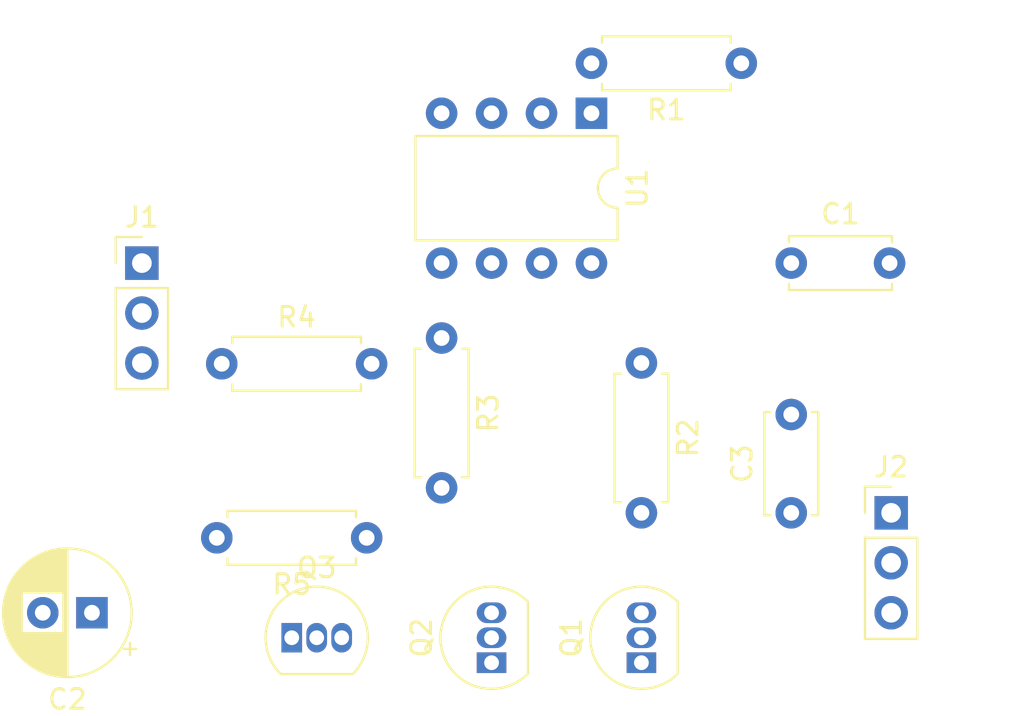
<source format=kicad_pcb>
(kicad_pcb (version 20171130) (host pcbnew "(5.1.6)-1")

  (general
    (thickness 1.6)
    (drawings 0)
    (tracks 0)
    (zones 0)
    (modules 14)
    (nets 15)
  )

  (page A4)
  (layers
    (0 F.Cu signal)
    (31 B.Cu signal)
    (32 B.Adhes user)
    (33 F.Adhes user)
    (34 B.Paste user)
    (35 F.Paste user)
    (36 B.SilkS user)
    (37 F.SilkS user)
    (38 B.Mask user)
    (39 F.Mask user)
    (40 Dwgs.User user)
    (41 Cmts.User user)
    (42 Eco1.User user)
    (43 Eco2.User user)
    (44 Edge.Cuts user)
    (45 Margin user)
    (46 B.CrtYd user)
    (47 F.CrtYd user)
    (48 B.Fab user)
    (49 F.Fab user)
  )

  (setup
    (last_trace_width 0.25)
    (trace_clearance 0.2)
    (zone_clearance 0.508)
    (zone_45_only no)
    (trace_min 0.2)
    (via_size 0.8)
    (via_drill 0.4)
    (via_min_size 0.4)
    (via_min_drill 0.3)
    (uvia_size 0.3)
    (uvia_drill 0.1)
    (uvias_allowed no)
    (uvia_min_size 0.2)
    (uvia_min_drill 0.1)
    (edge_width 0.05)
    (segment_width 0.2)
    (pcb_text_width 0.3)
    (pcb_text_size 1.5 1.5)
    (mod_edge_width 0.12)
    (mod_text_size 1 1)
    (mod_text_width 0.15)
    (pad_size 1.524 1.524)
    (pad_drill 0.762)
    (pad_to_mask_clearance 0.05)
    (aux_axis_origin 0 0)
    (visible_elements FFFFFF7F)
    (pcbplotparams
      (layerselection 0x010fc_ffffffff)
      (usegerberextensions false)
      (usegerberattributes true)
      (usegerberadvancedattributes true)
      (creategerberjobfile true)
      (excludeedgelayer true)
      (linewidth 0.100000)
      (plotframeref false)
      (viasonmask false)
      (mode 1)
      (useauxorigin false)
      (hpglpennumber 1)
      (hpglpenspeed 20)
      (hpglpendiameter 15.000000)
      (psnegative false)
      (psa4output false)
      (plotreference true)
      (plotvalue true)
      (plotinvisibletext false)
      (padsonsilk false)
      (subtractmaskfromsilk false)
      (outputformat 1)
      (mirror false)
      (drillshape 1)
      (scaleselection 1)
      (outputdirectory ""))
  )

  (net 0 "")
  (net 1 GND)
  (net 2 +5V)
  (net 3 +7.5V)
  (net 4 /PROG)
  (net 5 /CSN)
  (net 6 /CLK)
  (net 7 "Net-(Q1-Pad3)")
  (net 8 "Net-(Q2-Pad3)")
  (net 9 "Net-(R1-Pad2)")
  (net 10 /PROG_LV)
  (net 11 /PROG_HV)
  (net 12 "Net-(U1-Pad3)")
  (net 13 "Net-(Q3-Pad1)")
  (net 14 "Net-(Q3-Pad2)")

  (net_class Default "This is the default net class."
    (clearance 0.2)
    (trace_width 0.25)
    (via_dia 0.8)
    (via_drill 0.4)
    (uvia_dia 0.3)
    (uvia_drill 0.1)
    (add_net +5V)
    (add_net +7.5V)
    (add_net /CLK)
    (add_net /CSN)
    (add_net /PROG)
    (add_net /PROG_HV)
    (add_net /PROG_LV)
    (add_net GND)
    (add_net "Net-(Q1-Pad3)")
    (add_net "Net-(Q2-Pad3)")
    (add_net "Net-(Q3-Pad1)")
    (add_net "Net-(Q3-Pad2)")
    (add_net "Net-(R1-Pad2)")
    (add_net "Net-(U1-Pad3)")
  )

  (module Resistor_THT:R_Axial_DIN0207_L6.3mm_D2.5mm_P7.62mm_Horizontal (layer F.Cu) (tedit 5AE5139B) (tstamp 605CBA7C)
    (at 123.19 77.47 180)
    (descr "Resistor, Axial_DIN0207 series, Axial, Horizontal, pin pitch=7.62mm, 0.25W = 1/4W, length*diameter=6.3*2.5mm^2, http://cdn-reichelt.de/documents/datenblatt/B400/1_4W%23YAG.pdf")
    (tags "Resistor Axial_DIN0207 series Axial Horizontal pin pitch 7.62mm 0.25W = 1/4W length 6.3mm diameter 2.5mm")
    (path /606254A3)
    (fp_text reference R5 (at 3.81 -2.37) (layer F.SilkS)
      (effects (font (size 1 1) (thickness 0.15)))
    )
    (fp_text value 1K (at 3.81 2.37) (layer F.Fab)
      (effects (font (size 1 1) (thickness 0.15)))
    )
    (fp_text user %R (at 3.81 0) (layer F.Fab)
      (effects (font (size 1 1) (thickness 0.15)))
    )
    (fp_line (start 0.66 -1.25) (end 0.66 1.25) (layer F.Fab) (width 0.1))
    (fp_line (start 0.66 1.25) (end 6.96 1.25) (layer F.Fab) (width 0.1))
    (fp_line (start 6.96 1.25) (end 6.96 -1.25) (layer F.Fab) (width 0.1))
    (fp_line (start 6.96 -1.25) (end 0.66 -1.25) (layer F.Fab) (width 0.1))
    (fp_line (start 0 0) (end 0.66 0) (layer F.Fab) (width 0.1))
    (fp_line (start 7.62 0) (end 6.96 0) (layer F.Fab) (width 0.1))
    (fp_line (start 0.54 -1.04) (end 0.54 -1.37) (layer F.SilkS) (width 0.12))
    (fp_line (start 0.54 -1.37) (end 7.08 -1.37) (layer F.SilkS) (width 0.12))
    (fp_line (start 7.08 -1.37) (end 7.08 -1.04) (layer F.SilkS) (width 0.12))
    (fp_line (start 0.54 1.04) (end 0.54 1.37) (layer F.SilkS) (width 0.12))
    (fp_line (start 0.54 1.37) (end 7.08 1.37) (layer F.SilkS) (width 0.12))
    (fp_line (start 7.08 1.37) (end 7.08 1.04) (layer F.SilkS) (width 0.12))
    (fp_line (start -1.05 -1.5) (end -1.05 1.5) (layer F.CrtYd) (width 0.05))
    (fp_line (start -1.05 1.5) (end 8.67 1.5) (layer F.CrtYd) (width 0.05))
    (fp_line (start 8.67 1.5) (end 8.67 -1.5) (layer F.CrtYd) (width 0.05))
    (fp_line (start 8.67 -1.5) (end -1.05 -1.5) (layer F.CrtYd) (width 0.05))
    (pad 2 thru_hole oval (at 7.62 0 180) (size 1.6 1.6) (drill 0.8) (layers *.Cu *.Mask)
      (net 8 "Net-(Q2-Pad3)"))
    (pad 1 thru_hole circle (at 0 0 180) (size 1.6 1.6) (drill 0.8) (layers *.Cu *.Mask)
      (net 13 "Net-(Q3-Pad1)"))
    (model ${KISYS3DMOD}/Resistor_THT.3dshapes/R_Axial_DIN0207_L6.3mm_D2.5mm_P7.62mm_Horizontal.wrl
      (at (xyz 0 0 0))
      (scale (xyz 1 1 1))
      (rotate (xyz 0 0 0))
    )
  )

  (module Resistor_THT:R_Axial_DIN0207_L6.3mm_D2.5mm_P7.62mm_Horizontal (layer F.Cu) (tedit 5AE5139B) (tstamp 605CBA65)
    (at 115.82 68.62)
    (descr "Resistor, Axial_DIN0207 series, Axial, Horizontal, pin pitch=7.62mm, 0.25W = 1/4W, length*diameter=6.3*2.5mm^2, http://cdn-reichelt.de/documents/datenblatt/B400/1_4W%23YAG.pdf")
    (tags "Resistor Axial_DIN0207 series Axial Horizontal pin pitch 7.62mm 0.25W = 1/4W length 6.3mm diameter 2.5mm")
    (path /60625B3F)
    (fp_text reference R4 (at 3.81 -2.37) (layer F.SilkS)
      (effects (font (size 1 1) (thickness 0.15)))
    )
    (fp_text value 10K (at 3.81 2.37) (layer F.Fab)
      (effects (font (size 1 1) (thickness 0.15)))
    )
    (fp_text user %R (at 3.81 0) (layer F.Fab)
      (effects (font (size 1 1) (thickness 0.15)))
    )
    (fp_line (start 0.66 -1.25) (end 0.66 1.25) (layer F.Fab) (width 0.1))
    (fp_line (start 0.66 1.25) (end 6.96 1.25) (layer F.Fab) (width 0.1))
    (fp_line (start 6.96 1.25) (end 6.96 -1.25) (layer F.Fab) (width 0.1))
    (fp_line (start 6.96 -1.25) (end 0.66 -1.25) (layer F.Fab) (width 0.1))
    (fp_line (start 0 0) (end 0.66 0) (layer F.Fab) (width 0.1))
    (fp_line (start 7.62 0) (end 6.96 0) (layer F.Fab) (width 0.1))
    (fp_line (start 0.54 -1.04) (end 0.54 -1.37) (layer F.SilkS) (width 0.12))
    (fp_line (start 0.54 -1.37) (end 7.08 -1.37) (layer F.SilkS) (width 0.12))
    (fp_line (start 7.08 -1.37) (end 7.08 -1.04) (layer F.SilkS) (width 0.12))
    (fp_line (start 0.54 1.04) (end 0.54 1.37) (layer F.SilkS) (width 0.12))
    (fp_line (start 0.54 1.37) (end 7.08 1.37) (layer F.SilkS) (width 0.12))
    (fp_line (start 7.08 1.37) (end 7.08 1.04) (layer F.SilkS) (width 0.12))
    (fp_line (start -1.05 -1.5) (end -1.05 1.5) (layer F.CrtYd) (width 0.05))
    (fp_line (start -1.05 1.5) (end 8.67 1.5) (layer F.CrtYd) (width 0.05))
    (fp_line (start 8.67 1.5) (end 8.67 -1.5) (layer F.CrtYd) (width 0.05))
    (fp_line (start 8.67 -1.5) (end -1.05 -1.5) (layer F.CrtYd) (width 0.05))
    (pad 2 thru_hole oval (at 7.62 0) (size 1.6 1.6) (drill 0.8) (layers *.Cu *.Mask)
      (net 13 "Net-(Q3-Pad1)"))
    (pad 1 thru_hole circle (at 0 0) (size 1.6 1.6) (drill 0.8) (layers *.Cu *.Mask)
      (net 3 +7.5V))
    (model ${KISYS3DMOD}/Resistor_THT.3dshapes/R_Axial_DIN0207_L6.3mm_D2.5mm_P7.62mm_Horizontal.wrl
      (at (xyz 0 0 0))
      (scale (xyz 1 1 1))
      (rotate (xyz 0 0 0))
    )
  )

  (module Package_TO_SOT_THT:TO-92_Inline (layer F.Cu) (tedit 5A1DD157) (tstamp 605CB9CA)
    (at 119.38 82.55)
    (descr "TO-92 leads in-line, narrow, oval pads, drill 0.75mm (see NXP sot054_po.pdf)")
    (tags "to-92 sc-43 sc-43a sot54 PA33 transistor")
    (path /60621F9E)
    (fp_text reference Q3 (at 1.27 -3.56) (layer F.SilkS)
      (effects (font (size 1 1) (thickness 0.15)))
    )
    (fp_text value BC547 (at 1.27 2.79) (layer F.Fab)
      (effects (font (size 1 1) (thickness 0.15)))
    )
    (fp_arc (start 1.27 0) (end 1.27 -2.6) (angle 135) (layer F.SilkS) (width 0.12))
    (fp_arc (start 1.27 0) (end 1.27 -2.48) (angle -135) (layer F.Fab) (width 0.1))
    (fp_arc (start 1.27 0) (end 1.27 -2.6) (angle -135) (layer F.SilkS) (width 0.12))
    (fp_arc (start 1.27 0) (end 1.27 -2.48) (angle 135) (layer F.Fab) (width 0.1))
    (fp_text user %R (at 1.27 -3.56) (layer F.Fab)
      (effects (font (size 1 1) (thickness 0.15)))
    )
    (fp_line (start -0.53 1.85) (end 3.07 1.85) (layer F.SilkS) (width 0.12))
    (fp_line (start -0.5 1.75) (end 3 1.75) (layer F.Fab) (width 0.1))
    (fp_line (start -1.46 -2.73) (end 4 -2.73) (layer F.CrtYd) (width 0.05))
    (fp_line (start -1.46 -2.73) (end -1.46 2.01) (layer F.CrtYd) (width 0.05))
    (fp_line (start 4 2.01) (end 4 -2.73) (layer F.CrtYd) (width 0.05))
    (fp_line (start 4 2.01) (end -1.46 2.01) (layer F.CrtYd) (width 0.05))
    (pad 1 thru_hole rect (at 0 0) (size 1.05 1.5) (drill 0.75) (layers *.Cu *.Mask)
      (net 13 "Net-(Q3-Pad1)"))
    (pad 3 thru_hole oval (at 2.54 0) (size 1.05 1.5) (drill 0.75) (layers *.Cu *.Mask)
      (net 1 GND))
    (pad 2 thru_hole oval (at 1.27 0) (size 1.05 1.5) (drill 0.75) (layers *.Cu *.Mask)
      (net 14 "Net-(Q3-Pad2)"))
    (model ${KISYS3DMOD}/Package_TO_SOT_THT.3dshapes/TO-92_Inline.wrl
      (at (xyz 0 0 0))
      (scale (xyz 1 1 1))
      (rotate (xyz 0 0 0))
    )
  )

  (module Connector_PinHeader_2.54mm:PinHeader_1x03_P2.54mm_Vertical (layer F.Cu) (tedit 59FED5CC) (tstamp 605BEED0)
    (at 149.86 76.2)
    (descr "Through hole straight pin header, 1x03, 2.54mm pitch, single row")
    (tags "Through hole pin header THT 1x03 2.54mm single row")
    (path /605C6199)
    (fp_text reference J2 (at 0 -2.33) (layer F.SilkS)
      (effects (font (size 1 1) (thickness 0.15)))
    )
    (fp_text value Conn_01x03_Male (at 0 7.41) (layer F.Fab)
      (effects (font (size 1 1) (thickness 0.15)))
    )
    (fp_text user %R (at 0 2.54 90) (layer F.Fab)
      (effects (font (size 1 1) (thickness 0.15)))
    )
    (fp_line (start -0.635 -1.27) (end 1.27 -1.27) (layer F.Fab) (width 0.1))
    (fp_line (start 1.27 -1.27) (end 1.27 6.35) (layer F.Fab) (width 0.1))
    (fp_line (start 1.27 6.35) (end -1.27 6.35) (layer F.Fab) (width 0.1))
    (fp_line (start -1.27 6.35) (end -1.27 -0.635) (layer F.Fab) (width 0.1))
    (fp_line (start -1.27 -0.635) (end -0.635 -1.27) (layer F.Fab) (width 0.1))
    (fp_line (start -1.33 6.41) (end 1.33 6.41) (layer F.SilkS) (width 0.12))
    (fp_line (start -1.33 1.27) (end -1.33 6.41) (layer F.SilkS) (width 0.12))
    (fp_line (start 1.33 1.27) (end 1.33 6.41) (layer F.SilkS) (width 0.12))
    (fp_line (start -1.33 1.27) (end 1.33 1.27) (layer F.SilkS) (width 0.12))
    (fp_line (start -1.33 0) (end -1.33 -1.33) (layer F.SilkS) (width 0.12))
    (fp_line (start -1.33 -1.33) (end 0 -1.33) (layer F.SilkS) (width 0.12))
    (fp_line (start -1.8 -1.8) (end -1.8 6.85) (layer F.CrtYd) (width 0.05))
    (fp_line (start -1.8 6.85) (end 1.8 6.85) (layer F.CrtYd) (width 0.05))
    (fp_line (start 1.8 6.85) (end 1.8 -1.8) (layer F.CrtYd) (width 0.05))
    (fp_line (start 1.8 -1.8) (end -1.8 -1.8) (layer F.CrtYd) (width 0.05))
    (pad 3 thru_hole oval (at 0 5.08) (size 1.7 1.7) (drill 1) (layers *.Cu *.Mask)
      (net 5 /CSN))
    (pad 2 thru_hole oval (at 0 2.54) (size 1.7 1.7) (drill 1) (layers *.Cu *.Mask)
      (net 6 /CLK))
    (pad 1 thru_hole rect (at 0 0) (size 1.7 1.7) (drill 1) (layers *.Cu *.Mask)
      (net 4 /PROG))
    (model ${KISYS3DMOD}/Connector_PinHeader_2.54mm.3dshapes/PinHeader_1x03_P2.54mm_Vertical.wrl
      (at (xyz 0 0 0))
      (scale (xyz 1 1 1))
      (rotate (xyz 0 0 0))
    )
  )

  (module Connector_PinHeader_2.54mm:PinHeader_1x03_P2.54mm_Vertical (layer F.Cu) (tedit 59FED5CC) (tstamp 605BEEB7)
    (at 111.76 63.5)
    (descr "Through hole straight pin header, 1x03, 2.54mm pitch, single row")
    (tags "Through hole pin header THT 1x03 2.54mm single row")
    (path /605CCFDF)
    (fp_text reference J1 (at 0 -2.33) (layer F.SilkS)
      (effects (font (size 1 1) (thickness 0.15)))
    )
    (fp_text value Conn_01x03_Male (at 0 7.41) (layer F.Fab)
      (effects (font (size 1 1) (thickness 0.15)))
    )
    (fp_text user %R (at 0 2.54 90) (layer F.Fab)
      (effects (font (size 1 1) (thickness 0.15)))
    )
    (fp_line (start -0.635 -1.27) (end 1.27 -1.27) (layer F.Fab) (width 0.1))
    (fp_line (start 1.27 -1.27) (end 1.27 6.35) (layer F.Fab) (width 0.1))
    (fp_line (start 1.27 6.35) (end -1.27 6.35) (layer F.Fab) (width 0.1))
    (fp_line (start -1.27 6.35) (end -1.27 -0.635) (layer F.Fab) (width 0.1))
    (fp_line (start -1.27 -0.635) (end -0.635 -1.27) (layer F.Fab) (width 0.1))
    (fp_line (start -1.33 6.41) (end 1.33 6.41) (layer F.SilkS) (width 0.12))
    (fp_line (start -1.33 1.27) (end -1.33 6.41) (layer F.SilkS) (width 0.12))
    (fp_line (start 1.33 1.27) (end 1.33 6.41) (layer F.SilkS) (width 0.12))
    (fp_line (start -1.33 1.27) (end 1.33 1.27) (layer F.SilkS) (width 0.12))
    (fp_line (start -1.33 0) (end -1.33 -1.33) (layer F.SilkS) (width 0.12))
    (fp_line (start -1.33 -1.33) (end 0 -1.33) (layer F.SilkS) (width 0.12))
    (fp_line (start -1.8 -1.8) (end -1.8 6.85) (layer F.CrtYd) (width 0.05))
    (fp_line (start -1.8 6.85) (end 1.8 6.85) (layer F.CrtYd) (width 0.05))
    (fp_line (start 1.8 6.85) (end 1.8 -1.8) (layer F.CrtYd) (width 0.05))
    (fp_line (start 1.8 -1.8) (end -1.8 -1.8) (layer F.CrtYd) (width 0.05))
    (pad 3 thru_hole oval (at 0 5.08) (size 1.7 1.7) (drill 1) (layers *.Cu *.Mask)
      (net 1 GND))
    (pad 2 thru_hole oval (at 0 2.54) (size 1.7 1.7) (drill 1) (layers *.Cu *.Mask)
      (net 3 +7.5V))
    (pad 1 thru_hole rect (at 0 0) (size 1.7 1.7) (drill 1) (layers *.Cu *.Mask)
      (net 2 +5V))
    (model ${KISYS3DMOD}/Connector_PinHeader_2.54mm.3dshapes/PinHeader_1x03_P2.54mm_Vertical.wrl
      (at (xyz 0 0 0))
      (scale (xyz 1 1 1))
      (rotate (xyz 0 0 0))
    )
  )

  (module Capacitor_THT:CP_Radial_D6.3mm_P2.50mm (layer F.Cu) (tedit 5AE50EF0) (tstamp 605BEE89)
    (at 109.22 81.28 180)
    (descr "CP, Radial series, Radial, pin pitch=2.50mm, , diameter=6.3mm, Electrolytic Capacitor")
    (tags "CP Radial series Radial pin pitch 2.50mm  diameter 6.3mm Electrolytic Capacitor")
    (path /605EDA0C)
    (fp_text reference C2 (at 1.25 -4.4) (layer F.SilkS)
      (effects (font (size 1 1) (thickness 0.15)))
    )
    (fp_text value 10uF (at 1.25 4.4) (layer F.Fab)
      (effects (font (size 1 1) (thickness 0.15)))
    )
    (fp_text user %R (at 1.25 0) (layer F.Fab)
      (effects (font (size 1 1) (thickness 0.15)))
    )
    (fp_circle (center 1.25 0) (end 4.4 0) (layer F.Fab) (width 0.1))
    (fp_circle (center 1.25 0) (end 4.52 0) (layer F.SilkS) (width 0.12))
    (fp_circle (center 1.25 0) (end 4.65 0) (layer F.CrtYd) (width 0.05))
    (fp_line (start -1.443972 -1.3735) (end -0.813972 -1.3735) (layer F.Fab) (width 0.1))
    (fp_line (start -1.128972 -1.6885) (end -1.128972 -1.0585) (layer F.Fab) (width 0.1))
    (fp_line (start 1.25 -3.23) (end 1.25 3.23) (layer F.SilkS) (width 0.12))
    (fp_line (start 1.29 -3.23) (end 1.29 3.23) (layer F.SilkS) (width 0.12))
    (fp_line (start 1.33 -3.23) (end 1.33 3.23) (layer F.SilkS) (width 0.12))
    (fp_line (start 1.37 -3.228) (end 1.37 3.228) (layer F.SilkS) (width 0.12))
    (fp_line (start 1.41 -3.227) (end 1.41 3.227) (layer F.SilkS) (width 0.12))
    (fp_line (start 1.45 -3.224) (end 1.45 3.224) (layer F.SilkS) (width 0.12))
    (fp_line (start 1.49 -3.222) (end 1.49 -1.04) (layer F.SilkS) (width 0.12))
    (fp_line (start 1.49 1.04) (end 1.49 3.222) (layer F.SilkS) (width 0.12))
    (fp_line (start 1.53 -3.218) (end 1.53 -1.04) (layer F.SilkS) (width 0.12))
    (fp_line (start 1.53 1.04) (end 1.53 3.218) (layer F.SilkS) (width 0.12))
    (fp_line (start 1.57 -3.215) (end 1.57 -1.04) (layer F.SilkS) (width 0.12))
    (fp_line (start 1.57 1.04) (end 1.57 3.215) (layer F.SilkS) (width 0.12))
    (fp_line (start 1.61 -3.211) (end 1.61 -1.04) (layer F.SilkS) (width 0.12))
    (fp_line (start 1.61 1.04) (end 1.61 3.211) (layer F.SilkS) (width 0.12))
    (fp_line (start 1.65 -3.206) (end 1.65 -1.04) (layer F.SilkS) (width 0.12))
    (fp_line (start 1.65 1.04) (end 1.65 3.206) (layer F.SilkS) (width 0.12))
    (fp_line (start 1.69 -3.201) (end 1.69 -1.04) (layer F.SilkS) (width 0.12))
    (fp_line (start 1.69 1.04) (end 1.69 3.201) (layer F.SilkS) (width 0.12))
    (fp_line (start 1.73 -3.195) (end 1.73 -1.04) (layer F.SilkS) (width 0.12))
    (fp_line (start 1.73 1.04) (end 1.73 3.195) (layer F.SilkS) (width 0.12))
    (fp_line (start 1.77 -3.189) (end 1.77 -1.04) (layer F.SilkS) (width 0.12))
    (fp_line (start 1.77 1.04) (end 1.77 3.189) (layer F.SilkS) (width 0.12))
    (fp_line (start 1.81 -3.182) (end 1.81 -1.04) (layer F.SilkS) (width 0.12))
    (fp_line (start 1.81 1.04) (end 1.81 3.182) (layer F.SilkS) (width 0.12))
    (fp_line (start 1.85 -3.175) (end 1.85 -1.04) (layer F.SilkS) (width 0.12))
    (fp_line (start 1.85 1.04) (end 1.85 3.175) (layer F.SilkS) (width 0.12))
    (fp_line (start 1.89 -3.167) (end 1.89 -1.04) (layer F.SilkS) (width 0.12))
    (fp_line (start 1.89 1.04) (end 1.89 3.167) (layer F.SilkS) (width 0.12))
    (fp_line (start 1.93 -3.159) (end 1.93 -1.04) (layer F.SilkS) (width 0.12))
    (fp_line (start 1.93 1.04) (end 1.93 3.159) (layer F.SilkS) (width 0.12))
    (fp_line (start 1.971 -3.15) (end 1.971 -1.04) (layer F.SilkS) (width 0.12))
    (fp_line (start 1.971 1.04) (end 1.971 3.15) (layer F.SilkS) (width 0.12))
    (fp_line (start 2.011 -3.141) (end 2.011 -1.04) (layer F.SilkS) (width 0.12))
    (fp_line (start 2.011 1.04) (end 2.011 3.141) (layer F.SilkS) (width 0.12))
    (fp_line (start 2.051 -3.131) (end 2.051 -1.04) (layer F.SilkS) (width 0.12))
    (fp_line (start 2.051 1.04) (end 2.051 3.131) (layer F.SilkS) (width 0.12))
    (fp_line (start 2.091 -3.121) (end 2.091 -1.04) (layer F.SilkS) (width 0.12))
    (fp_line (start 2.091 1.04) (end 2.091 3.121) (layer F.SilkS) (width 0.12))
    (fp_line (start 2.131 -3.11) (end 2.131 -1.04) (layer F.SilkS) (width 0.12))
    (fp_line (start 2.131 1.04) (end 2.131 3.11) (layer F.SilkS) (width 0.12))
    (fp_line (start 2.171 -3.098) (end 2.171 -1.04) (layer F.SilkS) (width 0.12))
    (fp_line (start 2.171 1.04) (end 2.171 3.098) (layer F.SilkS) (width 0.12))
    (fp_line (start 2.211 -3.086) (end 2.211 -1.04) (layer F.SilkS) (width 0.12))
    (fp_line (start 2.211 1.04) (end 2.211 3.086) (layer F.SilkS) (width 0.12))
    (fp_line (start 2.251 -3.074) (end 2.251 -1.04) (layer F.SilkS) (width 0.12))
    (fp_line (start 2.251 1.04) (end 2.251 3.074) (layer F.SilkS) (width 0.12))
    (fp_line (start 2.291 -3.061) (end 2.291 -1.04) (layer F.SilkS) (width 0.12))
    (fp_line (start 2.291 1.04) (end 2.291 3.061) (layer F.SilkS) (width 0.12))
    (fp_line (start 2.331 -3.047) (end 2.331 -1.04) (layer F.SilkS) (width 0.12))
    (fp_line (start 2.331 1.04) (end 2.331 3.047) (layer F.SilkS) (width 0.12))
    (fp_line (start 2.371 -3.033) (end 2.371 -1.04) (layer F.SilkS) (width 0.12))
    (fp_line (start 2.371 1.04) (end 2.371 3.033) (layer F.SilkS) (width 0.12))
    (fp_line (start 2.411 -3.018) (end 2.411 -1.04) (layer F.SilkS) (width 0.12))
    (fp_line (start 2.411 1.04) (end 2.411 3.018) (layer F.SilkS) (width 0.12))
    (fp_line (start 2.451 -3.002) (end 2.451 -1.04) (layer F.SilkS) (width 0.12))
    (fp_line (start 2.451 1.04) (end 2.451 3.002) (layer F.SilkS) (width 0.12))
    (fp_line (start 2.491 -2.986) (end 2.491 -1.04) (layer F.SilkS) (width 0.12))
    (fp_line (start 2.491 1.04) (end 2.491 2.986) (layer F.SilkS) (width 0.12))
    (fp_line (start 2.531 -2.97) (end 2.531 -1.04) (layer F.SilkS) (width 0.12))
    (fp_line (start 2.531 1.04) (end 2.531 2.97) (layer F.SilkS) (width 0.12))
    (fp_line (start 2.571 -2.952) (end 2.571 -1.04) (layer F.SilkS) (width 0.12))
    (fp_line (start 2.571 1.04) (end 2.571 2.952) (layer F.SilkS) (width 0.12))
    (fp_line (start 2.611 -2.934) (end 2.611 -1.04) (layer F.SilkS) (width 0.12))
    (fp_line (start 2.611 1.04) (end 2.611 2.934) (layer F.SilkS) (width 0.12))
    (fp_line (start 2.651 -2.916) (end 2.651 -1.04) (layer F.SilkS) (width 0.12))
    (fp_line (start 2.651 1.04) (end 2.651 2.916) (layer F.SilkS) (width 0.12))
    (fp_line (start 2.691 -2.896) (end 2.691 -1.04) (layer F.SilkS) (width 0.12))
    (fp_line (start 2.691 1.04) (end 2.691 2.896) (layer F.SilkS) (width 0.12))
    (fp_line (start 2.731 -2.876) (end 2.731 -1.04) (layer F.SilkS) (width 0.12))
    (fp_line (start 2.731 1.04) (end 2.731 2.876) (layer F.SilkS) (width 0.12))
    (fp_line (start 2.771 -2.856) (end 2.771 -1.04) (layer F.SilkS) (width 0.12))
    (fp_line (start 2.771 1.04) (end 2.771 2.856) (layer F.SilkS) (width 0.12))
    (fp_line (start 2.811 -2.834) (end 2.811 -1.04) (layer F.SilkS) (width 0.12))
    (fp_line (start 2.811 1.04) (end 2.811 2.834) (layer F.SilkS) (width 0.12))
    (fp_line (start 2.851 -2.812) (end 2.851 -1.04) (layer F.SilkS) (width 0.12))
    (fp_line (start 2.851 1.04) (end 2.851 2.812) (layer F.SilkS) (width 0.12))
    (fp_line (start 2.891 -2.79) (end 2.891 -1.04) (layer F.SilkS) (width 0.12))
    (fp_line (start 2.891 1.04) (end 2.891 2.79) (layer F.SilkS) (width 0.12))
    (fp_line (start 2.931 -2.766) (end 2.931 -1.04) (layer F.SilkS) (width 0.12))
    (fp_line (start 2.931 1.04) (end 2.931 2.766) (layer F.SilkS) (width 0.12))
    (fp_line (start 2.971 -2.742) (end 2.971 -1.04) (layer F.SilkS) (width 0.12))
    (fp_line (start 2.971 1.04) (end 2.971 2.742) (layer F.SilkS) (width 0.12))
    (fp_line (start 3.011 -2.716) (end 3.011 -1.04) (layer F.SilkS) (width 0.12))
    (fp_line (start 3.011 1.04) (end 3.011 2.716) (layer F.SilkS) (width 0.12))
    (fp_line (start 3.051 -2.69) (end 3.051 -1.04) (layer F.SilkS) (width 0.12))
    (fp_line (start 3.051 1.04) (end 3.051 2.69) (layer F.SilkS) (width 0.12))
    (fp_line (start 3.091 -2.664) (end 3.091 -1.04) (layer F.SilkS) (width 0.12))
    (fp_line (start 3.091 1.04) (end 3.091 2.664) (layer F.SilkS) (width 0.12))
    (fp_line (start 3.131 -2.636) (end 3.131 -1.04) (layer F.SilkS) (width 0.12))
    (fp_line (start 3.131 1.04) (end 3.131 2.636) (layer F.SilkS) (width 0.12))
    (fp_line (start 3.171 -2.607) (end 3.171 -1.04) (layer F.SilkS) (width 0.12))
    (fp_line (start 3.171 1.04) (end 3.171 2.607) (layer F.SilkS) (width 0.12))
    (fp_line (start 3.211 -2.578) (end 3.211 -1.04) (layer F.SilkS) (width 0.12))
    (fp_line (start 3.211 1.04) (end 3.211 2.578) (layer F.SilkS) (width 0.12))
    (fp_line (start 3.251 -2.548) (end 3.251 -1.04) (layer F.SilkS) (width 0.12))
    (fp_line (start 3.251 1.04) (end 3.251 2.548) (layer F.SilkS) (width 0.12))
    (fp_line (start 3.291 -2.516) (end 3.291 -1.04) (layer F.SilkS) (width 0.12))
    (fp_line (start 3.291 1.04) (end 3.291 2.516) (layer F.SilkS) (width 0.12))
    (fp_line (start 3.331 -2.484) (end 3.331 -1.04) (layer F.SilkS) (width 0.12))
    (fp_line (start 3.331 1.04) (end 3.331 2.484) (layer F.SilkS) (width 0.12))
    (fp_line (start 3.371 -2.45) (end 3.371 -1.04) (layer F.SilkS) (width 0.12))
    (fp_line (start 3.371 1.04) (end 3.371 2.45) (layer F.SilkS) (width 0.12))
    (fp_line (start 3.411 -2.416) (end 3.411 -1.04) (layer F.SilkS) (width 0.12))
    (fp_line (start 3.411 1.04) (end 3.411 2.416) (layer F.SilkS) (width 0.12))
    (fp_line (start 3.451 -2.38) (end 3.451 -1.04) (layer F.SilkS) (width 0.12))
    (fp_line (start 3.451 1.04) (end 3.451 2.38) (layer F.SilkS) (width 0.12))
    (fp_line (start 3.491 -2.343) (end 3.491 -1.04) (layer F.SilkS) (width 0.12))
    (fp_line (start 3.491 1.04) (end 3.491 2.343) (layer F.SilkS) (width 0.12))
    (fp_line (start 3.531 -2.305) (end 3.531 -1.04) (layer F.SilkS) (width 0.12))
    (fp_line (start 3.531 1.04) (end 3.531 2.305) (layer F.SilkS) (width 0.12))
    (fp_line (start 3.571 -2.265) (end 3.571 2.265) (layer F.SilkS) (width 0.12))
    (fp_line (start 3.611 -2.224) (end 3.611 2.224) (layer F.SilkS) (width 0.12))
    (fp_line (start 3.651 -2.182) (end 3.651 2.182) (layer F.SilkS) (width 0.12))
    (fp_line (start 3.691 -2.137) (end 3.691 2.137) (layer F.SilkS) (width 0.12))
    (fp_line (start 3.731 -2.092) (end 3.731 2.092) (layer F.SilkS) (width 0.12))
    (fp_line (start 3.771 -2.044) (end 3.771 2.044) (layer F.SilkS) (width 0.12))
    (fp_line (start 3.811 -1.995) (end 3.811 1.995) (layer F.SilkS) (width 0.12))
    (fp_line (start 3.851 -1.944) (end 3.851 1.944) (layer F.SilkS) (width 0.12))
    (fp_line (start 3.891 -1.89) (end 3.891 1.89) (layer F.SilkS) (width 0.12))
    (fp_line (start 3.931 -1.834) (end 3.931 1.834) (layer F.SilkS) (width 0.12))
    (fp_line (start 3.971 -1.776) (end 3.971 1.776) (layer F.SilkS) (width 0.12))
    (fp_line (start 4.011 -1.714) (end 4.011 1.714) (layer F.SilkS) (width 0.12))
    (fp_line (start 4.051 -1.65) (end 4.051 1.65) (layer F.SilkS) (width 0.12))
    (fp_line (start 4.091 -1.581) (end 4.091 1.581) (layer F.SilkS) (width 0.12))
    (fp_line (start 4.131 -1.509) (end 4.131 1.509) (layer F.SilkS) (width 0.12))
    (fp_line (start 4.171 -1.432) (end 4.171 1.432) (layer F.SilkS) (width 0.12))
    (fp_line (start 4.211 -1.35) (end 4.211 1.35) (layer F.SilkS) (width 0.12))
    (fp_line (start 4.251 -1.262) (end 4.251 1.262) (layer F.SilkS) (width 0.12))
    (fp_line (start 4.291 -1.165) (end 4.291 1.165) (layer F.SilkS) (width 0.12))
    (fp_line (start 4.331 -1.059) (end 4.331 1.059) (layer F.SilkS) (width 0.12))
    (fp_line (start 4.371 -0.94) (end 4.371 0.94) (layer F.SilkS) (width 0.12))
    (fp_line (start 4.411 -0.802) (end 4.411 0.802) (layer F.SilkS) (width 0.12))
    (fp_line (start 4.451 -0.633) (end 4.451 0.633) (layer F.SilkS) (width 0.12))
    (fp_line (start 4.491 -0.402) (end 4.491 0.402) (layer F.SilkS) (width 0.12))
    (fp_line (start -2.250241 -1.839) (end -1.620241 -1.839) (layer F.SilkS) (width 0.12))
    (fp_line (start -1.935241 -2.154) (end -1.935241 -1.524) (layer F.SilkS) (width 0.12))
    (pad 2 thru_hole circle (at 2.5 0 180) (size 1.6 1.6) (drill 0.8) (layers *.Cu *.Mask)
      (net 1 GND))
    (pad 1 thru_hole rect (at 0 0 180) (size 1.6 1.6) (drill 0.8) (layers *.Cu *.Mask)
      (net 3 +7.5V))
    (model ${KISYS3DMOD}/Capacitor_THT.3dshapes/CP_Radial_D6.3mm_P2.50mm.wrl
      (at (xyz 0 0 0))
      (scale (xyz 1 1 1))
      (rotate (xyz 0 0 0))
    )
  )

  (module Package_DIP:DIP-8_W7.62mm (layer F.Cu) (tedit 5A02E8C5) (tstamp 605BEF55)
    (at 134.62 55.88 270)
    (descr "8-lead though-hole mounted DIP package, row spacing 7.62 mm (300 mils)")
    (tags "THT DIP DIL PDIP 2.54mm 7.62mm 300mil")
    (path /605C81A8)
    (fp_text reference U1 (at 3.81 -2.33 90) (layer F.SilkS)
      (effects (font (size 1 1) (thickness 0.15)))
    )
    (fp_text value ATtiny13A-PU (at 3.81 9.95 90) (layer F.Fab)
      (effects (font (size 1 1) (thickness 0.15)))
    )
    (fp_text user %R (at 3.81 3.81 90) (layer F.Fab)
      (effects (font (size 1 1) (thickness 0.15)))
    )
    (fp_arc (start 3.81 -1.33) (end 2.81 -1.33) (angle -180) (layer F.SilkS) (width 0.12))
    (fp_line (start 1.635 -1.27) (end 6.985 -1.27) (layer F.Fab) (width 0.1))
    (fp_line (start 6.985 -1.27) (end 6.985 8.89) (layer F.Fab) (width 0.1))
    (fp_line (start 6.985 8.89) (end 0.635 8.89) (layer F.Fab) (width 0.1))
    (fp_line (start 0.635 8.89) (end 0.635 -0.27) (layer F.Fab) (width 0.1))
    (fp_line (start 0.635 -0.27) (end 1.635 -1.27) (layer F.Fab) (width 0.1))
    (fp_line (start 2.81 -1.33) (end 1.16 -1.33) (layer F.SilkS) (width 0.12))
    (fp_line (start 1.16 -1.33) (end 1.16 8.95) (layer F.SilkS) (width 0.12))
    (fp_line (start 1.16 8.95) (end 6.46 8.95) (layer F.SilkS) (width 0.12))
    (fp_line (start 6.46 8.95) (end 6.46 -1.33) (layer F.SilkS) (width 0.12))
    (fp_line (start 6.46 -1.33) (end 4.81 -1.33) (layer F.SilkS) (width 0.12))
    (fp_line (start -1.1 -1.55) (end -1.1 9.15) (layer F.CrtYd) (width 0.05))
    (fp_line (start -1.1 9.15) (end 8.7 9.15) (layer F.CrtYd) (width 0.05))
    (fp_line (start 8.7 9.15) (end 8.7 -1.55) (layer F.CrtYd) (width 0.05))
    (fp_line (start 8.7 -1.55) (end -1.1 -1.55) (layer F.CrtYd) (width 0.05))
    (pad 8 thru_hole oval (at 7.62 0 270) (size 1.6 1.6) (drill 0.8) (layers *.Cu *.Mask)
      (net 2 +5V))
    (pad 4 thru_hole oval (at 0 7.62 270) (size 1.6 1.6) (drill 0.8) (layers *.Cu *.Mask)
      (net 1 GND))
    (pad 7 thru_hole oval (at 7.62 2.54 270) (size 1.6 1.6) (drill 0.8) (layers *.Cu *.Mask)
      (net 6 /CLK))
    (pad 3 thru_hole oval (at 0 5.08 270) (size 1.6 1.6) (drill 0.8) (layers *.Cu *.Mask)
      (net 12 "Net-(U1-Pad3)"))
    (pad 6 thru_hole oval (at 7.62 5.08 270) (size 1.6 1.6) (drill 0.8) (layers *.Cu *.Mask)
      (net 10 /PROG_LV))
    (pad 2 thru_hole oval (at 0 2.54 270) (size 1.6 1.6) (drill 0.8) (layers *.Cu *.Mask)
      (net 5 /CSN))
    (pad 5 thru_hole oval (at 7.62 7.62 270) (size 1.6 1.6) (drill 0.8) (layers *.Cu *.Mask)
      (net 11 /PROG_HV))
    (pad 1 thru_hole rect (at 0 0 270) (size 1.6 1.6) (drill 0.8) (layers *.Cu *.Mask)
      (net 9 "Net-(R1-Pad2)"))
    (model ${KISYS3DMOD}/Package_DIP.3dshapes/DIP-8_W7.62mm.wrl
      (at (xyz 0 0 0))
      (scale (xyz 1 1 1))
      (rotate (xyz 0 0 0))
    )
  )

  (module Resistor_THT:R_Axial_DIN0207_L6.3mm_D2.5mm_P7.62mm_Horizontal (layer F.Cu) (tedit 5AE5139B) (tstamp 605BEF39)
    (at 127 67.31 270)
    (descr "Resistor, Axial_DIN0207 series, Axial, Horizontal, pin pitch=7.62mm, 0.25W = 1/4W, length*diameter=6.3*2.5mm^2, http://cdn-reichelt.de/documents/datenblatt/B400/1_4W%23YAG.pdf")
    (tags "Resistor Axial_DIN0207 series Axial Horizontal pin pitch 7.62mm 0.25W = 1/4W length 6.3mm diameter 2.5mm")
    (path /605DCA9C)
    (fp_text reference R3 (at 3.81 -2.37 90) (layer F.SilkS)
      (effects (font (size 1 1) (thickness 0.15)))
    )
    (fp_text value 1K (at 3.81 2.37 90) (layer F.Fab)
      (effects (font (size 1 1) (thickness 0.15)))
    )
    (fp_text user %R (at 3.81 0 90) (layer F.Fab)
      (effects (font (size 1 1) (thickness 0.15)))
    )
    (fp_line (start 0.66 -1.25) (end 0.66 1.25) (layer F.Fab) (width 0.1))
    (fp_line (start 0.66 1.25) (end 6.96 1.25) (layer F.Fab) (width 0.1))
    (fp_line (start 6.96 1.25) (end 6.96 -1.25) (layer F.Fab) (width 0.1))
    (fp_line (start 6.96 -1.25) (end 0.66 -1.25) (layer F.Fab) (width 0.1))
    (fp_line (start 0 0) (end 0.66 0) (layer F.Fab) (width 0.1))
    (fp_line (start 7.62 0) (end 6.96 0) (layer F.Fab) (width 0.1))
    (fp_line (start 0.54 -1.04) (end 0.54 -1.37) (layer F.SilkS) (width 0.12))
    (fp_line (start 0.54 -1.37) (end 7.08 -1.37) (layer F.SilkS) (width 0.12))
    (fp_line (start 7.08 -1.37) (end 7.08 -1.04) (layer F.SilkS) (width 0.12))
    (fp_line (start 0.54 1.04) (end 0.54 1.37) (layer F.SilkS) (width 0.12))
    (fp_line (start 0.54 1.37) (end 7.08 1.37) (layer F.SilkS) (width 0.12))
    (fp_line (start 7.08 1.37) (end 7.08 1.04) (layer F.SilkS) (width 0.12))
    (fp_line (start -1.05 -1.5) (end -1.05 1.5) (layer F.CrtYd) (width 0.05))
    (fp_line (start -1.05 1.5) (end 8.67 1.5) (layer F.CrtYd) (width 0.05))
    (fp_line (start 8.67 1.5) (end 8.67 -1.5) (layer F.CrtYd) (width 0.05))
    (fp_line (start 8.67 -1.5) (end -1.05 -1.5) (layer F.CrtYd) (width 0.05))
    (pad 2 thru_hole oval (at 7.62 0 270) (size 1.6 1.6) (drill 0.8) (layers *.Cu *.Mask)
      (net 14 "Net-(Q3-Pad2)"))
    (pad 1 thru_hole circle (at 0 0 270) (size 1.6 1.6) (drill 0.8) (layers *.Cu *.Mask)
      (net 11 /PROG_HV))
    (model ${KISYS3DMOD}/Resistor_THT.3dshapes/R_Axial_DIN0207_L6.3mm_D2.5mm_P7.62mm_Horizontal.wrl
      (at (xyz 0 0 0))
      (scale (xyz 1 1 1))
      (rotate (xyz 0 0 0))
    )
  )

  (module Resistor_THT:R_Axial_DIN0207_L6.3mm_D2.5mm_P7.62mm_Horizontal (layer F.Cu) (tedit 5AE5139B) (tstamp 605BEF22)
    (at 137.16 68.58 270)
    (descr "Resistor, Axial_DIN0207 series, Axial, Horizontal, pin pitch=7.62mm, 0.25W = 1/4W, length*diameter=6.3*2.5mm^2, http://cdn-reichelt.de/documents/datenblatt/B400/1_4W%23YAG.pdf")
    (tags "Resistor Axial_DIN0207 series Axial Horizontal pin pitch 7.62mm 0.25W = 1/4W length 6.3mm diameter 2.5mm")
    (path /605DC025)
    (fp_text reference R2 (at 3.81 -2.37 90) (layer F.SilkS)
      (effects (font (size 1 1) (thickness 0.15)))
    )
    (fp_text value 1K (at 3.81 2.37 90) (layer F.Fab)
      (effects (font (size 1 1) (thickness 0.15)))
    )
    (fp_text user %R (at 3.81 0 90) (layer F.Fab)
      (effects (font (size 1 1) (thickness 0.15)))
    )
    (fp_line (start 0.66 -1.25) (end 0.66 1.25) (layer F.Fab) (width 0.1))
    (fp_line (start 0.66 1.25) (end 6.96 1.25) (layer F.Fab) (width 0.1))
    (fp_line (start 6.96 1.25) (end 6.96 -1.25) (layer F.Fab) (width 0.1))
    (fp_line (start 6.96 -1.25) (end 0.66 -1.25) (layer F.Fab) (width 0.1))
    (fp_line (start 0 0) (end 0.66 0) (layer F.Fab) (width 0.1))
    (fp_line (start 7.62 0) (end 6.96 0) (layer F.Fab) (width 0.1))
    (fp_line (start 0.54 -1.04) (end 0.54 -1.37) (layer F.SilkS) (width 0.12))
    (fp_line (start 0.54 -1.37) (end 7.08 -1.37) (layer F.SilkS) (width 0.12))
    (fp_line (start 7.08 -1.37) (end 7.08 -1.04) (layer F.SilkS) (width 0.12))
    (fp_line (start 0.54 1.04) (end 0.54 1.37) (layer F.SilkS) (width 0.12))
    (fp_line (start 0.54 1.37) (end 7.08 1.37) (layer F.SilkS) (width 0.12))
    (fp_line (start 7.08 1.37) (end 7.08 1.04) (layer F.SilkS) (width 0.12))
    (fp_line (start -1.05 -1.5) (end -1.05 1.5) (layer F.CrtYd) (width 0.05))
    (fp_line (start -1.05 1.5) (end 8.67 1.5) (layer F.CrtYd) (width 0.05))
    (fp_line (start 8.67 1.5) (end 8.67 -1.5) (layer F.CrtYd) (width 0.05))
    (fp_line (start 8.67 -1.5) (end -1.05 -1.5) (layer F.CrtYd) (width 0.05))
    (pad 2 thru_hole oval (at 7.62 0 270) (size 1.6 1.6) (drill 0.8) (layers *.Cu *.Mask)
      (net 7 "Net-(Q1-Pad3)"))
    (pad 1 thru_hole circle (at 0 0 270) (size 1.6 1.6) (drill 0.8) (layers *.Cu *.Mask)
      (net 10 /PROG_LV))
    (model ${KISYS3DMOD}/Resistor_THT.3dshapes/R_Axial_DIN0207_L6.3mm_D2.5mm_P7.62mm_Horizontal.wrl
      (at (xyz 0 0 0))
      (scale (xyz 1 1 1))
      (rotate (xyz 0 0 0))
    )
  )

  (module Resistor_THT:R_Axial_DIN0207_L6.3mm_D2.5mm_P7.62mm_Horizontal (layer F.Cu) (tedit 5AE5139B) (tstamp 605BEF0B)
    (at 142.24 53.34 180)
    (descr "Resistor, Axial_DIN0207 series, Axial, Horizontal, pin pitch=7.62mm, 0.25W = 1/4W, length*diameter=6.3*2.5mm^2, http://cdn-reichelt.de/documents/datenblatt/B400/1_4W%23YAG.pdf")
    (tags "Resistor Axial_DIN0207 series Axial Horizontal pin pitch 7.62mm 0.25W = 1/4W length 6.3mm diameter 2.5mm")
    (path /605F744A)
    (fp_text reference R1 (at 3.81 -2.37) (layer F.SilkS)
      (effects (font (size 1 1) (thickness 0.15)))
    )
    (fp_text value 10K (at 3.81 2.37) (layer F.Fab)
      (effects (font (size 1 1) (thickness 0.15)))
    )
    (fp_text user %R (at 6.5434 -5.2718) (layer F.Fab)
      (effects (font (size 1 1) (thickness 0.15)))
    )
    (fp_line (start 0.66 -1.25) (end 0.66 1.25) (layer F.Fab) (width 0.1))
    (fp_line (start 0.66 1.25) (end 6.96 1.25) (layer F.Fab) (width 0.1))
    (fp_line (start 6.96 1.25) (end 6.96 -1.25) (layer F.Fab) (width 0.1))
    (fp_line (start 6.96 -1.25) (end 0.66 -1.25) (layer F.Fab) (width 0.1))
    (fp_line (start 0 0) (end 0.66 0) (layer F.Fab) (width 0.1))
    (fp_line (start 7.62 0) (end 6.96 0) (layer F.Fab) (width 0.1))
    (fp_line (start 0.54 -1.04) (end 0.54 -1.37) (layer F.SilkS) (width 0.12))
    (fp_line (start 0.54 -1.37) (end 7.08 -1.37) (layer F.SilkS) (width 0.12))
    (fp_line (start 7.08 -1.37) (end 7.08 -1.04) (layer F.SilkS) (width 0.12))
    (fp_line (start 0.54 1.04) (end 0.54 1.37) (layer F.SilkS) (width 0.12))
    (fp_line (start 0.54 1.37) (end 7.08 1.37) (layer F.SilkS) (width 0.12))
    (fp_line (start 7.08 1.37) (end 7.08 1.04) (layer F.SilkS) (width 0.12))
    (fp_line (start -1.05 -1.5) (end -1.05 1.5) (layer F.CrtYd) (width 0.05))
    (fp_line (start -1.05 1.5) (end 8.67 1.5) (layer F.CrtYd) (width 0.05))
    (fp_line (start 8.67 1.5) (end 8.67 -1.5) (layer F.CrtYd) (width 0.05))
    (fp_line (start 8.67 -1.5) (end -1.05 -1.5) (layer F.CrtYd) (width 0.05))
    (pad 2 thru_hole oval (at 7.62 0 180) (size 1.6 1.6) (drill 0.8) (layers *.Cu *.Mask)
      (net 9 "Net-(R1-Pad2)"))
    (pad 1 thru_hole circle (at 0 0 180) (size 1.6 1.6) (drill 0.8) (layers *.Cu *.Mask)
      (net 2 +5V))
    (model ${KISYS3DMOD}/Resistor_THT.3dshapes/R_Axial_DIN0207_L6.3mm_D2.5mm_P7.62mm_Horizontal.wrl
      (at (xyz 0 0 0))
      (scale (xyz 1 1 1))
      (rotate (xyz 0 0 0))
    )
  )

  (module Package_TO_SOT_THT:TO-92_Inline (layer F.Cu) (tedit 5A1DD157) (tstamp 605BEEF4)
    (at 129.54 83.82 90)
    (descr "TO-92 leads in-line, narrow, oval pads, drill 0.75mm (see NXP sot054_po.pdf)")
    (tags "to-92 sc-43 sc-43a sot54 PA33 transistor")
    (path /605BB25A)
    (fp_text reference Q2 (at 1.27 -3.56 90) (layer F.SilkS)
      (effects (font (size 1 1) (thickness 0.15)))
    )
    (fp_text value 8550SS (at 1.27 2.79 90) (layer F.Fab)
      (effects (font (size 1 1) (thickness 0.15)))
    )
    (fp_arc (start 1.27 0) (end 1.27 -2.6) (angle 135) (layer F.SilkS) (width 0.12))
    (fp_arc (start 1.27 0) (end 1.27 -2.48) (angle -135) (layer F.Fab) (width 0.1))
    (fp_arc (start 1.27 0) (end 1.27 -2.6) (angle -135) (layer F.SilkS) (width 0.12))
    (fp_arc (start 1.27 0) (end 1.27 -2.48) (angle 135) (layer F.Fab) (width 0.1))
    (fp_text user %R (at 1.27 -3.56 90) (layer F.Fab)
      (effects (font (size 1 1) (thickness 0.15)))
    )
    (fp_line (start -0.53 1.85) (end 3.07 1.85) (layer F.SilkS) (width 0.12))
    (fp_line (start -0.5 1.75) (end 3 1.75) (layer F.Fab) (width 0.1))
    (fp_line (start -1.46 -2.73) (end 4 -2.73) (layer F.CrtYd) (width 0.05))
    (fp_line (start -1.46 -2.73) (end -1.46 2.01) (layer F.CrtYd) (width 0.05))
    (fp_line (start 4 2.01) (end 4 -2.73) (layer F.CrtYd) (width 0.05))
    (fp_line (start 4 2.01) (end -1.46 2.01) (layer F.CrtYd) (width 0.05))
    (pad 1 thru_hole rect (at 0 0 90) (size 1.05 1.5) (drill 0.75) (layers *.Cu *.Mask)
      (net 3 +7.5V))
    (pad 3 thru_hole oval (at 2.54 0 90) (size 1.05 1.5) (drill 0.75) (layers *.Cu *.Mask)
      (net 8 "Net-(Q2-Pad3)"))
    (pad 2 thru_hole oval (at 1.27 0 90) (size 1.05 1.5) (drill 0.75) (layers *.Cu *.Mask)
      (net 4 /PROG))
    (model ${KISYS3DMOD}/Package_TO_SOT_THT.3dshapes/TO-92_Inline.wrl
      (at (xyz 0 0 0))
      (scale (xyz 1 1 1))
      (rotate (xyz 0 0 0))
    )
  )

  (module Package_TO_SOT_THT:TO-92_Inline (layer F.Cu) (tedit 5A1DD157) (tstamp 605BEEE2)
    (at 137.16 83.82 90)
    (descr "TO-92 leads in-line, narrow, oval pads, drill 0.75mm (see NXP sot054_po.pdf)")
    (tags "to-92 sc-43 sc-43a sot54 PA33 transistor")
    (path /605BCB2B)
    (fp_text reference Q1 (at 1.27 -3.56 90) (layer F.SilkS)
      (effects (font (size 1 1) (thickness 0.15)))
    )
    (fp_text value 8550SS (at 1.27 2.79 90) (layer F.Fab)
      (effects (font (size 1 1) (thickness 0.15)))
    )
    (fp_arc (start 1.27 0) (end 1.27 -2.6) (angle 135) (layer F.SilkS) (width 0.12))
    (fp_arc (start 1.27 0) (end 1.27 -2.48) (angle -135) (layer F.Fab) (width 0.1))
    (fp_arc (start 1.27 0) (end 1.27 -2.6) (angle -135) (layer F.SilkS) (width 0.12))
    (fp_arc (start 1.27 0) (end 1.27 -2.48) (angle 135) (layer F.Fab) (width 0.1))
    (fp_text user %R (at 1.27 -3.56 90) (layer F.Fab)
      (effects (font (size 1 1) (thickness 0.15)))
    )
    (fp_line (start -0.53 1.85) (end 3.07 1.85) (layer F.SilkS) (width 0.12))
    (fp_line (start -0.5 1.75) (end 3 1.75) (layer F.Fab) (width 0.1))
    (fp_line (start -1.46 -2.73) (end 4 -2.73) (layer F.CrtYd) (width 0.05))
    (fp_line (start -1.46 -2.73) (end -1.46 2.01) (layer F.CrtYd) (width 0.05))
    (fp_line (start 4 2.01) (end 4 -2.73) (layer F.CrtYd) (width 0.05))
    (fp_line (start 4 2.01) (end -1.46 2.01) (layer F.CrtYd) (width 0.05))
    (pad 1 thru_hole rect (at 0 0 90) (size 1.05 1.5) (drill 0.75) (layers *.Cu *.Mask)
      (net 2 +5V))
    (pad 3 thru_hole oval (at 2.54 0 90) (size 1.05 1.5) (drill 0.75) (layers *.Cu *.Mask)
      (net 7 "Net-(Q1-Pad3)"))
    (pad 2 thru_hole oval (at 1.27 0 90) (size 1.05 1.5) (drill 0.75) (layers *.Cu *.Mask)
      (net 4 /PROG))
    (model ${KISYS3DMOD}/Package_TO_SOT_THT.3dshapes/TO-92_Inline.wrl
      (at (xyz 0 0 0))
      (scale (xyz 1 1 1))
      (rotate (xyz 0 0 0))
    )
  )

  (module Capacitor_THT:C_Disc_D5.0mm_W2.5mm_P5.00mm (layer F.Cu) (tedit 5AE50EF0) (tstamp 605BEE9E)
    (at 144.78 76.2 90)
    (descr "C, Disc series, Radial, pin pitch=5.00mm, , diameter*width=5*2.5mm^2, Capacitor, http://cdn-reichelt.de/documents/datenblatt/B300/DS_KERKO_TC.pdf")
    (tags "C Disc series Radial pin pitch 5.00mm  diameter 5mm width 2.5mm Capacitor")
    (path /605E0816)
    (fp_text reference C3 (at 2.5 -2.5 90) (layer F.SilkS)
      (effects (font (size 1 1) (thickness 0.15)))
    )
    (fp_text value 10nF (at 2.5 2.5 90) (layer F.Fab)
      (effects (font (size 1 1) (thickness 0.15)))
    )
    (fp_text user %R (at 2.5 0 90) (layer F.Fab)
      (effects (font (size 1 1) (thickness 0.15)))
    )
    (fp_line (start 0 -1.25) (end 0 1.25) (layer F.Fab) (width 0.1))
    (fp_line (start 0 1.25) (end 5 1.25) (layer F.Fab) (width 0.1))
    (fp_line (start 5 1.25) (end 5 -1.25) (layer F.Fab) (width 0.1))
    (fp_line (start 5 -1.25) (end 0 -1.25) (layer F.Fab) (width 0.1))
    (fp_line (start -0.12 -1.37) (end 5.12 -1.37) (layer F.SilkS) (width 0.12))
    (fp_line (start -0.12 1.37) (end 5.12 1.37) (layer F.SilkS) (width 0.12))
    (fp_line (start -0.12 -1.37) (end -0.12 -1.055) (layer F.SilkS) (width 0.12))
    (fp_line (start -0.12 1.055) (end -0.12 1.37) (layer F.SilkS) (width 0.12))
    (fp_line (start 5.12 -1.37) (end 5.12 -1.055) (layer F.SilkS) (width 0.12))
    (fp_line (start 5.12 1.055) (end 5.12 1.37) (layer F.SilkS) (width 0.12))
    (fp_line (start -1.05 -1.5) (end -1.05 1.5) (layer F.CrtYd) (width 0.05))
    (fp_line (start -1.05 1.5) (end 6.05 1.5) (layer F.CrtYd) (width 0.05))
    (fp_line (start 6.05 1.5) (end 6.05 -1.5) (layer F.CrtYd) (width 0.05))
    (fp_line (start 6.05 -1.5) (end -1.05 -1.5) (layer F.CrtYd) (width 0.05))
    (pad 2 thru_hole circle (at 5 0 90) (size 1.6 1.6) (drill 0.8) (layers *.Cu *.Mask)
      (net 1 GND))
    (pad 1 thru_hole circle (at 0 0 90) (size 1.6 1.6) (drill 0.8) (layers *.Cu *.Mask)
      (net 4 /PROG))
    (model ${KISYS3DMOD}/Capacitor_THT.3dshapes/C_Disc_D5.0mm_W2.5mm_P5.00mm.wrl
      (at (xyz 0 0 0))
      (scale (xyz 1 1 1))
      (rotate (xyz 0 0 0))
    )
  )

  (module Capacitor_THT:C_Disc_D5.0mm_W2.5mm_P5.00mm (layer F.Cu) (tedit 5AE50EF0) (tstamp 605BEE72)
    (at 144.78 63.5)
    (descr "C, Disc series, Radial, pin pitch=5.00mm, , diameter*width=5*2.5mm^2, Capacitor, http://cdn-reichelt.de/documents/datenblatt/B300/DS_KERKO_TC.pdf")
    (tags "C Disc series Radial pin pitch 5.00mm  diameter 5mm width 2.5mm Capacitor")
    (path /605FB703)
    (fp_text reference C1 (at 2.5 -2.5) (layer F.SilkS)
      (effects (font (size 1 1) (thickness 0.15)))
    )
    (fp_text value 0.1uF (at 2.5 2.5) (layer F.Fab)
      (effects (font (size 1 1) (thickness 0.15)))
    )
    (fp_text user %R (at 2.5 0) (layer F.Fab)
      (effects (font (size 1 1) (thickness 0.15)))
    )
    (fp_line (start 0 -1.25) (end 0 1.25) (layer F.Fab) (width 0.1))
    (fp_line (start 0 1.25) (end 5 1.25) (layer F.Fab) (width 0.1))
    (fp_line (start 5 1.25) (end 5 -1.25) (layer F.Fab) (width 0.1))
    (fp_line (start 5 -1.25) (end 0 -1.25) (layer F.Fab) (width 0.1))
    (fp_line (start -0.12 -1.37) (end 5.12 -1.37) (layer F.SilkS) (width 0.12))
    (fp_line (start -0.12 1.37) (end 5.12 1.37) (layer F.SilkS) (width 0.12))
    (fp_line (start -0.12 -1.37) (end -0.12 -1.055) (layer F.SilkS) (width 0.12))
    (fp_line (start -0.12 1.055) (end -0.12 1.37) (layer F.SilkS) (width 0.12))
    (fp_line (start 5.12 -1.37) (end 5.12 -1.055) (layer F.SilkS) (width 0.12))
    (fp_line (start 5.12 1.055) (end 5.12 1.37) (layer F.SilkS) (width 0.12))
    (fp_line (start -1.05 -1.5) (end -1.05 1.5) (layer F.CrtYd) (width 0.05))
    (fp_line (start -1.05 1.5) (end 6.05 1.5) (layer F.CrtYd) (width 0.05))
    (fp_line (start 6.05 1.5) (end 6.05 -1.5) (layer F.CrtYd) (width 0.05))
    (fp_line (start 6.05 -1.5) (end -1.05 -1.5) (layer F.CrtYd) (width 0.05))
    (pad 2 thru_hole circle (at 5 0) (size 1.6 1.6) (drill 0.8) (layers *.Cu *.Mask)
      (net 1 GND))
    (pad 1 thru_hole circle (at 0 0) (size 1.6 1.6) (drill 0.8) (layers *.Cu *.Mask)
      (net 2 +5V))
    (model ${KISYS3DMOD}/Capacitor_THT.3dshapes/C_Disc_D5.0mm_W2.5mm_P5.00mm.wrl
      (at (xyz 0 0 0))
      (scale (xyz 1 1 1))
      (rotate (xyz 0 0 0))
    )
  )

)

</source>
